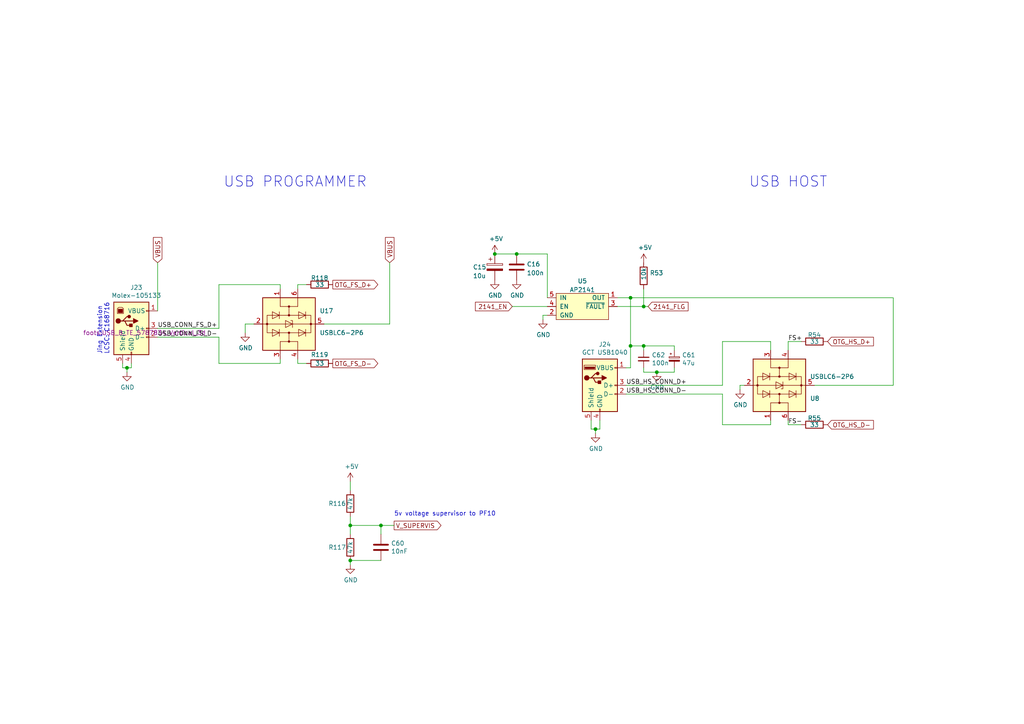
<source format=kicad_sch>
(kicad_sch (version 20211123) (generator eeschema)
  (paper "A4")
  (lib_symbols
    (symbol "Connector:USB_A" (pin_names (offset 1.016))
      (property "Reference" "J" (at -5.08 11.43 0))
      (property "Value" "USB_A" (at -5.08 8.89 0))
      (symbol "USB_A_0_1"
        (rectangle (start -5.08 -7.62) (end 5.08 7.62) (stroke (width 0.254)) (fill (type background)))
        (circle (center -3.81 2.159) (radius 0.635) (stroke (width 0.254)) (fill (type outline)))
        (rectangle (start -1.524 4.826) (end -4.318 5.334) (fill (type outline)))
        (rectangle (start -1.27 4.572) (end -4.572 5.842))
        (circle (center -0.635 3.429) (radius 0.381) (stroke (width 0.254)) (fill (type outline)))
        (rectangle (start -0.127 -7.62) (end 0.127 -6.858))
        (polyline (pts (xy -3.175 2.159) (xy -2.54 2.159) (xy -1.27 3.429) (xy -0.635 3.429)) (stroke (width 0.254)))
        (polyline (pts (xy -2.54 2.159) (xy -1.905 2.159) (xy -1.27 0.889) (xy 0 0.889)) (stroke (width 0.254)))
        (polyline (pts (xy 0.635 2.794) (xy 0.635 1.524) (xy 1.905 2.159) (xy 0.635 2.794)) (stroke (width 0.254)) (fill (type outline)))
        (rectangle (start 0.254 1.27) (end -0.508 0.508) (stroke (width 0.254)) (fill (type outline)))
        (rectangle (start 5.08 -2.667) (end 4.318 -2.413))
        (rectangle (start 5.08 -0.127) (end 4.318 0.127))
        (rectangle (start 5.08 4.953) (end 4.318 5.207))
      )
      (symbol "USB_A_1_1"
        (polyline (pts (xy -1.905 2.159) (xy 0.635 2.159)) (stroke (width 0.254)))
        (pin power_in line (at 7.62 5.08 180) (length 2.54) (name "VBUS") (number "1"))
        (pin bidirectional line (at 7.62 -2.54 180) (length 2.54) (name "D-") (number "2"))
        (pin bidirectional line (at 7.62 0 180) (length 2.54) (name "D+") (number "3"))
        (pin power_in line (at 0 -10.16 90) (length 2.54) (name "GND") (number "4"))
        (pin passive line (at -2.54 -10.16 90) (length 2.54) (name "Shield") (number "5"))
      )
    )
    (symbol "Connector:USB_B" (pin_names (offset 1.016))
      (property "Reference" "J" (at -5.08 11.43 0))
      (property "Value" "USB_B" (at -5.08 8.89 0))
      (symbol "USB_B_0_1"
        (rectangle (start -5.08 -7.62) (end 5.08 7.62) (stroke (width 0.254)) (fill (type background)))
        (circle (center -3.81 2.159) (radius 0.635) (stroke (width 0.254)) (fill (type outline)))
        (rectangle (start -3.81 5.588) (end -2.54 4.572) (fill (type outline)))
        (circle (center -0.635 3.429) (radius 0.381) (stroke (width 0.254)) (fill (type outline)))
        (rectangle (start -0.127 -7.62) (end 0.127 -6.858))
        (polyline (pts (xy -1.905 2.159) (xy 0.635 2.159)) (stroke (width 0.254)))
        (polyline (pts (xy -3.175 2.159) (xy -2.54 2.159) (xy -1.27 3.429) (xy -0.635 3.429)) (stroke (width 0.254)))
        (polyline (pts (xy -2.54 2.159) (xy -1.905 2.159) (xy -1.27 0.889) (xy 0 0.889)) (stroke (width 0.254)))
        (polyline (pts (xy 0.635 2.794) (xy 0.635 1.524) (xy 1.905 2.159) (xy 0.635 2.794)) (stroke (width 0.254)) (fill (type outline)))
        (polyline (pts (xy -4.064 4.318) (xy -2.286 4.318) (xy -2.286 5.715) (xy -2.667 6.096) (xy -3.683 6.096) (xy -4.064 5.715) (xy -4.064 4.318)))
        (rectangle (start 0.254 1.27) (end -0.508 0.508) (stroke (width 0.254)) (fill (type outline)))
        (rectangle (start 5.08 -2.667) (end 4.318 -2.413))
        (rectangle (start 5.08 -0.127) (end 4.318 0.127))
        (rectangle (start 5.08 4.953) (end 4.318 5.207))
      )
      (symbol "USB_B_1_1"
        (pin power_out line (at 7.62 5.08 180) (length 2.54) (name "VBUS") (number "1"))
        (pin bidirectional line (at 7.62 -2.54 180) (length 2.54) (name "D-") (number "2"))
        (pin bidirectional line (at 7.62 0 180) (length 2.54) (name "D+") (number "3"))
        (pin power_out line (at 0 -10.16 90) (length 2.54) (name "GND") (number "4"))
        (pin passive line (at -2.54 -10.16 90) (length 2.54) (name "Shield") (number "5"))
      )
    )
    (symbol "Device:C" (pin_numbers hide) (pin_names (offset 0.254))
      (property "Reference" "C" (at 0.635 2.54 0))
      (property "Value" "C" (at 0.635 -2.54 0))
      (symbol "C_0_1"
        (polyline (pts (xy -2.032 -0.762) (xy 2.032 -0.762)) (stroke (width 0.508)))
        (polyline (pts (xy -2.032 0.762) (xy 2.032 0.762)) (stroke (width 0.508)))
      )
      (symbol "C_1_1"
        (pin passive line (at 0 3.81 270) (length 2.794) (name "~") (number "1"))
        (pin passive line (at 0 -3.81 90) (length 2.794) (name "~") (number "2"))
      )
    )
    (symbol "Device:C_Polarized" (pin_numbers hide) (pin_names (offset 0.254))
      (property "Reference" "C" (at 0.635 2.54 0))
      (property "Value" "C_Polarized" (at 0.635 -2.54 0))
      (symbol "C_Polarized_0_1"
        (rectangle (start -2.286 0.508) (end 2.286 1.016))
        (polyline (pts (xy -1.778 2.286) (xy -0.762 2.286)))
        (polyline (pts (xy -1.27 2.794) (xy -1.27 1.778)))
        (rectangle (start 2.286 -0.508) (end -2.286 -1.016) (fill (type outline)))
      )
      (symbol "C_Polarized_1_1"
        (pin passive line (at 0 3.81 270) (length 2.794) (name "~") (number "1"))
        (pin passive line (at 0 -3.81 90) (length 2.794) (name "~") (number "2"))
      )
    )
    (symbol "Device:C_Polarized_Small" (pin_numbers hide) (pin_names (offset 0.254) hide)
      (property "Reference" "C" (at 0.254 1.778 0))
      (property "Value" "C_Polarized_Small" (at 0.254 -2.032 0))
      (symbol "C_Polarized_Small_0_1"
        (rectangle (start -1.524 -0.3048) (end 1.524 -0.6858) (fill (type outline)))
        (rectangle (start -1.524 0.6858) (end 1.524 0.3048))
        (polyline (pts (xy -1.27 1.524) (xy -0.762 1.524)))
        (polyline (pts (xy -1.016 1.27) (xy -1.016 1.778)))
      )
      (symbol "C_Polarized_Small_1_1"
        (pin passive line (at 0 2.54 270) (length 1.8542) (name "~") (number "1"))
        (pin passive line (at 0 -2.54 90) (length 1.8542) (name "~") (number "2"))
      )
    )
    (symbol "Device:C_Small" (pin_numbers hide) (pin_names (offset 0.254) hide)
      (property "Reference" "C" (at 0.254 1.778 0))
      (property "Value" "C_Small" (at 0.254 -2.032 0))
      (symbol "C_Small_0_1"
        (polyline (pts (xy -1.524 -0.508) (xy 1.524 -0.508)) (stroke (width 0.3302)))
        (polyline (pts (xy -1.524 0.508) (xy 1.524 0.508)) (stroke (width 0.3048)))
      )
      (symbol "C_Small_1_1"
        (pin passive line (at 0 2.54 270) (length 2.032) (name "~") (number "1"))
        (pin passive line (at 0 -2.54 90) (length 2.032) (name "~") (number "2"))
      )
    )
    (symbol "Device:R" (pin_numbers hide) (pin_names (offset 0))
      (property "Reference" "R" (at 2.032 0 90))
      (property "Value" "R" (at 0 0 90))
      (symbol "R_0_1"
        (rectangle (start -1.016 -2.54) (end 1.016 2.54) (stroke (width 0.254)))
      )
      (symbol "R_1_1"
        (pin passive line (at 0 3.81 270) (length 1.27) (name "~") (number "1"))
        (pin passive line (at 0 -3.81 90) (length 1.27) (name "~") (number "2"))
      )
    )
    (symbol "Power_Protection:USBLC6-2P6" (pin_names hide)
      (property "Reference" "U" (at 2.54 8.89 0))
      (property "Value" "USBLC6-2P6" (at 2.54 -8.89 0))
      (symbol "USBLC6-2P6_0_1"
        (rectangle (start -7.62 -7.62) (end 7.62 7.62) (stroke (width 0.254)) (fill (type background)))
        (circle (center -5.08 0) (radius 0.254) (fill (type outline)))
        (circle (center -2.54 0) (radius 0.254) (fill (type outline)))
        (rectangle (start -2.54 6.35) (end 2.54 -6.35))
        (circle (center 0 -6.35) (radius 0.254) (fill (type outline)))
        (polyline (pts (xy -5.08 -2.54) (xy -7.62 -2.54)))
        (polyline (pts (xy -5.08 0) (xy -5.08 -2.54)))
        (polyline (pts (xy -5.08 2.54) (xy -7.62 2.54)))
        (polyline (pts (xy -1.524 -2.794) (xy -3.556 -2.794)))
        (polyline (pts (xy -1.524 4.826) (xy -3.556 4.826)))
        (polyline (pts (xy 0 -7.62) (xy 0 -6.35)))
        (polyline (pts (xy 0 -6.35) (xy 0 1.27)))
        (polyline (pts (xy 0 1.27) (xy 0 6.35)))
        (polyline (pts (xy 0 6.35) (xy 0 7.62)))
        (polyline (pts (xy 1.524 -2.794) (xy 3.556 -2.794)))
        (polyline (pts (xy 1.524 4.826) (xy 3.556 4.826)))
        (polyline (pts (xy 5.08 -2.54) (xy 7.62 -2.54)))
        (polyline (pts (xy 5.08 0) (xy 5.08 -2.54)))
        (polyline (pts (xy 5.08 2.54) (xy 7.62 2.54)))
        (polyline (pts (xy -2.54 0) (xy -5.08 0) (xy -5.08 2.54)))
        (polyline (pts (xy 2.54 0) (xy 5.08 0) (xy 5.08 2.54)))
        (polyline (pts (xy -3.556 -4.826) (xy -1.524 -4.826) (xy -2.54 -2.794) (xy -3.556 -4.826)))
        (polyline (pts (xy -3.556 2.794) (xy -1.524 2.794) (xy -2.54 4.826) (xy -3.556 2.794)))
        (polyline (pts (xy -1.016 -1.016) (xy 1.016 -1.016) (xy 0 1.016) (xy -1.016 -1.016)))
        (polyline (pts (xy 1.016 1.016) (xy 0.762 1.016) (xy -1.016 1.016) (xy -1.016 0.508)))
        (polyline (pts (xy 3.556 -4.826) (xy 1.524 -4.826) (xy 2.54 -2.794) (xy 3.556 -4.826)))
        (polyline (pts (xy 3.556 2.794) (xy 1.524 2.794) (xy 2.54 4.826) (xy 3.556 2.794)))
        (circle (center 0 6.35) (radius 0.254) (fill (type outline)))
        (circle (center 2.54 0) (radius 0.254) (fill (type outline)))
        (circle (center 5.08 0) (radius 0.254) (fill (type outline)))
      )
      (symbol "USBLC6-2P6_1_1"
        (pin passive line (at -10.16 -2.54 0) (length 2.54) (name "I/O1") (number "1"))
        (pin passive line (at 0 -10.16 90) (length 2.54) (name "GND") (number "2"))
        (pin passive line (at 10.16 -2.54 180) (length 2.54) (name "I/O2") (number "3"))
        (pin passive line (at 10.16 2.54 180) (length 2.54) (name "I/O2") (number "4"))
        (pin passive line (at 0 10.16 270) (length 2.54) (name "VBUS") (number "5"))
        (pin passive line (at -10.16 2.54 0) (length 2.54) (name "I/O1") (number "6"))
      )
    )
    (symbol "power:+5V" (power) (pin_names (offset 0))
      (property "Value" "+5V" (at 0 3.556 0))
      (symbol "+5V_0_1"
        (polyline (pts (xy -0.762 1.27) (xy 0 2.54)))
        (polyline (pts (xy 0 0) (xy 0 2.54)))
        (polyline (pts (xy 0 2.54) (xy 0.762 1.27)))
      )
      (symbol "+5V_1_1"
        (pin power_in line (at 0 0 90) (length 0) hide (name "+5V") (number "1"))
      )
    )
    (symbol "power:GND" (power) (pin_names (offset 0))
      (property "Value" "GND" (at 0 -3.81 0))
      (symbol "GND_0_1"
        (polyline (pts (xy 0 0) (xy 0 -1.27) (xy 1.27 -1.27) (xy 0 -2.54) (xy -1.27 -1.27) (xy 0 -1.27)))
      )
      (symbol "GND_1_1"
        (pin power_in line (at 0 0 270) (length 0) hide (name "GND") (number "1"))
      )
    )
    (symbol "w_power:STMPS2141" (pin_names (offset 1.016))
      (property "Reference" "U" (at 0 5.08 0))
      (property "Value" "STMPS2141" (at 0 -5.08 0))
      (symbol "STMPS2141_0_1"
        (rectangle (start -7.62 -3.81) (end 7.62 3.81) (fill (type background)))
      )
      (symbol "STMPS2141_1_1"
        (pin power_out line (at 10.16 2.54 180) (length 2.54) (name "OUT") (number "1"))
        (pin power_in line (at -10.16 -2.54 0) (length 2.54) (name "GND") (number "2"))
        (pin output line (at 10.16 0 180) (length 2.54) (name "~{FAULT}") (number "3"))
        (pin input line (at -10.16 0 0) (length 2.54) (name "EN") (number "4"))
        (pin power_in line (at -10.16 2.54 0) (length 2.54) (name "IN") (number "5"))
      )
    )
  )
  (junction (at 186.69 88.9))
  (junction (at 190.5 107.95))
  (junction (at 101.6 152.4))
  (junction (at 186.69 100.33))
  (junction (at 110.49 152.4))
  (junction (at 182.88 100.33))
  (junction (at 149.86 73.66))
  (junction (at 101.6 162.56))
  (junction (at 182.88 86.36))
  (junction (at 36.83 106.68))
  (junction (at 172.72 124.46))
  (junction (at 143.51 73.66))
  (wire (pts (xy 186.69 107.95) (xy 190.5 107.95)))
  (wire (pts (xy 101.6 152.4) (xy 101.6 154.94)))
  (wire (pts (xy 45.72 95.25) (xy 63.5 95.25)))
  (wire (pts (xy 173.99 124.46) (xy 172.72 124.46)))
  (wire (pts (xy 182.88 106.68) (xy 182.88 100.33)))
  (wire (pts (xy 45.72 97.79) (xy 63.5 97.79)))
  (wire (pts (xy 195.58 107.95) (xy 190.5 107.95)))
  (wire (pts (xy 38.1 106.68) (xy 38.1 105.41)))
  (wire (pts (xy 86.36 105.41) (xy 86.36 104.14)))
  (wire (pts (xy 143.51 73.66) (xy 149.86 73.66)))
  (wire (pts (xy 186.69 83.82) (xy 186.69 88.9)))
  (wire (pts (xy 157.48 91.44) (xy 158.75 91.44)))
  (wire (pts (xy 228.6 123.19) (xy 232.41 123.19)))
  (wire (pts (xy 157.48 92.71) (xy 157.48 91.44)))
  (wire (pts (xy 71.12 96.52) (xy 71.12 93.98)))
  (wire (pts (xy 86.36 82.55) (xy 86.36 83.82)))
  (wire (pts (xy 81.28 82.55) (xy 81.28 83.82)))
  (wire (pts (xy 214.63 111.76) (xy 215.9 111.76)))
  (wire (pts (xy 259.08 111.76) (xy 259.08 86.36)))
  (wire (pts (xy 171.45 121.92) (xy 171.45 124.46)))
  (wire (pts (xy 186.69 106.68) (xy 186.69 107.95)))
  (wire (pts (xy 186.69 100.33) (xy 186.69 101.6)))
  (wire (pts (xy 81.28 82.55) (xy 63.5 82.55)))
  (wire (pts (xy 88.9 105.41) (xy 86.36 105.41)))
  (wire (pts (xy 71.12 93.98) (xy 73.66 93.98)))
  (wire (pts (xy 63.5 82.55) (xy 63.5 95.25)))
  (wire (pts (xy 179.07 88.9) (xy 186.69 88.9)))
  (wire (pts (xy 110.49 152.4) (xy 114.3 152.4)))
  (wire (pts (xy 181.61 106.68) (xy 182.88 106.68)))
  (wire (pts (xy 36.83 106.68) (xy 38.1 106.68)))
  (wire (pts (xy 173.99 124.46) (xy 173.99 121.92)))
  (wire (pts (xy 259.08 86.36) (xy 182.88 86.36)))
  (wire (pts (xy 149.86 73.66) (xy 158.75 73.66)))
  (wire (pts (xy 88.9 82.55) (xy 86.36 82.55)))
  (wire (pts (xy 259.08 111.76) (xy 236.22 111.76)))
  (wire (pts (xy 63.5 97.79) (xy 63.5 105.41)))
  (wire (pts (xy 113.03 76.2) (xy 113.03 93.98)))
  (wire (pts (xy 214.63 113.03) (xy 214.63 111.76)))
  (wire (pts (xy 101.6 162.56) (xy 110.49 162.56)))
  (wire (pts (xy 228.6 121.92) (xy 228.6 123.19)))
  (wire (pts (xy 35.56 105.41) (xy 35.56 106.68)))
  (wire (pts (xy 181.61 111.76) (xy 209.55 111.76)))
  (wire (pts (xy 172.72 124.46) (xy 172.72 125.73)))
  (wire (pts (xy 223.52 99.06) (xy 223.52 101.6)))
  (wire (pts (xy 81.28 105.41) (xy 81.28 104.14)))
  (wire (pts (xy 179.07 86.36) (xy 182.88 86.36)))
  (wire (pts (xy 228.6 101.6) (xy 228.6 99.06)))
  (wire (pts (xy 209.55 123.19) (xy 223.52 123.19)))
  (wire (pts (xy 171.45 124.46) (xy 172.72 124.46)))
  (wire (pts (xy 182.88 100.33) (xy 186.69 100.33)))
  (wire (pts (xy 110.49 154.94) (xy 110.49 152.4)))
  (wire (pts (xy 209.55 111.76) (xy 209.55 99.06)))
  (wire (pts (xy 110.49 152.4) (xy 101.6 152.4)))
  (wire (pts (xy 195.58 100.33) (xy 195.58 101.6)))
  (wire (pts (xy 36.83 106.68) (xy 36.83 107.95)))
  (wire (pts (xy 113.03 93.98) (xy 93.98 93.98)))
  (wire (pts (xy 158.75 88.9) (xy 148.59 88.9)))
  (wire (pts (xy 45.72 90.17) (xy 45.72 76.2)))
  (wire (pts (xy 158.75 73.66) (xy 158.75 86.36)))
  (wire (pts (xy 101.6 139.7) (xy 101.6 142.24)))
  (wire (pts (xy 209.55 99.06) (xy 223.52 99.06)))
  (wire (pts (xy 186.69 88.9) (xy 187.96 88.9)))
  (wire (pts (xy 223.52 123.19) (xy 223.52 121.92)))
  (wire (pts (xy 63.5 105.41) (xy 81.28 105.41)))
  (wire (pts (xy 209.55 114.3) (xy 209.55 123.19)))
  (wire (pts (xy 228.6 99.06) (xy 232.41 99.06)))
  (wire (pts (xy 101.6 149.86) (xy 101.6 152.4)))
  (wire (pts (xy 181.61 114.3) (xy 209.55 114.3)))
  (wire (pts (xy 195.58 100.33) (xy 186.69 100.33)))
  (wire (pts (xy 182.88 86.36) (xy 182.88 100.33)))
  (wire (pts (xy 195.58 107.95) (xy 195.58 106.68)))
  (wire (pts (xy 101.6 163.83) (xy 101.6 162.56)))
  (wire (pts (xy 35.56 106.68) (xy 36.83 106.68)))
  (text "5v voltage supervisor to PF10" (at 114.3 149.86 0) (effects (font (size 1.27 1.27)) (justify left bottom)))
  (text "USB HOST" (at 217.17 54.61 0) (effects (font (size 2.9972 2.9972)) (justify left bottom)))
  (text "USB PROGRAMMER" (at 64.77 54.61 0) (effects (font (size 2.9972 2.9972)) (justify left bottom)))
  (text "Jing Extension\nLCSC: C168716" (at 31.75 102.87 90) (effects (font (size 1.27 1.27)) (justify left bottom)))
  (label "USB_HS_CONN_D-" (at 181.61 114.3 0))
  (label "USB_CONN_FS_D+" (at 45.72 95.25 0))
  (label "FS+" (at 228.6 99.06 0))
  (label "USB_HS_CONN_D+" (at 181.61 111.76 0))
  (label "USB_CONN_FS_D-" (at 45.72 97.79 0))
  (label "FS-" (at 228.6 123.19 0))
  (global_label "OTG_FS_D+" (shape output) (at 96.52 82.55 0) (property "Intersheet References" "${INTERSHEET_REFS}" (effects hide)))
  (global_label "VBUS" (shape input) (at 45.72 76.2 90) (property "Intersheet References" "${INTERSHEET_REFS}" (effects hide)))
  (global_label "OTG_HS_D+" (shape input) (at 240.03 99.06 0) (property "Intersheet References" "${INTERSHEET_REFS}" (effects hide)))
  (global_label "OTG_FS_D-" (shape output) (at 96.52 105.41 0) (property "Intersheet References" "${INTERSHEET_REFS}" (effects hide)))
  (global_label "OTG_HS_D-" (shape input) (at 240.03 123.19 0) (property "Intersheet References" "${INTERSHEET_REFS}" (effects hide)))
  (global_label "VBUS" (shape input) (at 113.03 76.2 90) (property "Intersheet References" "${INTERSHEET_REFS}" (effects hide)))
  (global_label "V_SUPERVIS" (shape output) (at 114.3 152.4 0) (property "Intersheet References" "${INTERSHEET_REFS}" (effects hide)))
  (global_label "2141_FLG" (shape input) (at 187.96 88.9 0) (property "Intersheet References" "${INTERSHEET_REFS}" (effects hide)))
  (global_label "2141_EN" (shape input) (at 148.59 88.9 180) (property "Intersheet References" "${INTERSHEET_REFS}" (effects hide)))
  (symbol (lib_id "w_power:STMPS2141") (at 168.91 88.9 0) (unit 1)
    (property "Reference" "U5" (at 168.91 81.5172 0))
    (property "Value" "AP2141" (at 168.91 84.0541 0))
    (property "Footprint" "Package_TO_SOT_SMD:SOT-23-5" (effects hide))
  )
  (symbol (lib_id "Power_Protection:USBLC6-2P6") (at 83.82 93.98 270) (unit 1)
    (property "Reference" "U17" (at 92.71 90.17 90) (effects (justify left)))
    (property "Value" "USBLC6-2P6" (at 92.71 96.52 90) (effects (justify left)))
    (property "Footprint" "Package_TO_SOT_SMD:SOT-666" (effects hide))
    (property "Datasheet" "https://www.st.com/resource/en/datasheet/usblc6-2.pdf" (effects hide))
  )
  (symbol (lib_id "Device:C_Small") (at 186.69 104.14 0) (unit 1)
    (property "Reference" "C62" (at 189.0268 102.9716 0) (effects (justify left)))
    (property "Value" "100n" (at 189.0268 105.283 0) (effects (justify left)))
    (property "Footprint" "Capacitor_SMD:C_0603_1608Metric" (effects hide))
  )
  (symbol (lib_id "Device:R") (at 186.69 80.01 0) (unit 1)
    (property "Reference" "R53" (at 188.468 79.1753 0) (effects (justify left)))
    (property "Value" "10k" (at 186.69 81.28 90) (effects (justify left)))
    (property "Footprint" "Resistor_SMD:R_0603_1608Metric" (effects hide))
  )
  (symbol (lib_id "power:GND") (at 157.48 92.71 0) (unit 1)
    (property "Reference" "#PWR080" (effects hide))
    (property "Value" "GND" (at 157.607 97.1042 0))
  )
  (symbol (lib_id "Device:C_Polarized_Small") (at 195.58 104.14 0) (unit 1)
    (property "Reference" "C61" (at 197.8152 102.9716 0) (effects (justify left)))
    (property "Value" "47u" (at 197.8152 105.283 0) (effects (justify left)))
    (property "Footprint" "Capacitor_SMD:CP_Elec_6.3x5.4" (effects hide))
  )
  (symbol (lib_id "power:GND") (at 71.12 96.52 0) (unit 1)
    (property "Reference" "#PWR0162" (effects hide))
    (property "Value" "GND" (at 71.247 100.9142 0))
  )
  (symbol (lib_id "power:GND") (at 214.63 113.03 0) (unit 1)
    (property "Reference" "#PWR091" (effects hide))
    (property "Value" "GND" (at 214.757 117.4242 0))
  )
  (symbol (lib_id "power:GND") (at 172.72 125.73 0) (unit 1)
    (property "Reference" "#PWR082" (effects hide))
    (property "Value" "GND" (at 172.847 130.1242 0))
  )
  (symbol (lib_id "power:+5V") (at 143.51 73.66 0) (unit 1)
    (property "Reference" "#PWR033" (effects hide))
    (property "Value" "+5V" (at 143.891 69.2658 0))
  )
  (symbol (lib_id "Device:C_Polarized") (at 143.51 77.47 0) (unit 1)
    (property "Reference" "C15" (at 137.16 77.47 0) (effects (justify left)))
    (property "Value" "10u" (at 137.16 80.01 0) (effects (justify left)))
    (property "Footprint" "Capacitor_SMD:CP_Elec_4x5.4" (effects hide))
  )
  (symbol (lib_id "Device:C") (at 149.86 77.47 0) (unit 1)
    (property "Reference" "C16" (at 152.781 76.6353 0) (effects (justify left)))
    (property "Value" "100n" (at 152.781 79.1722 0) (effects (justify left)))
    (property "Footprint" "Capacitor_SMD:C_0603_1608Metric" (effects hide))
  )
  (symbol (lib_id "Connector:USB_B") (at 38.1 95.25 0) (unit 1)
    (property "Reference" "J23" (at 39.5478 83.3882 0))
    (property "Value" "Molex-105133" (at 39.5478 85.6996 0))
    (property "Footprint" "foots:USB_B_TE_5787834_Vertical_3d" (at 41.91 96.52 0))
    (property "Datasheet" " ~" (effects hide))
  )
  (symbol (lib_id "power:+5V") (at 186.69 76.2 0) (unit 1)
    (property "Reference" "#PWR087" (effects hide))
    (property "Value" "+5V" (at 187.071 71.8058 0))
  )
  (symbol (lib_id "Device:R") (at 101.6 158.75 0) (unit 1)
    (property "Reference" "R117" (at 95.25 158.75 0) (effects (justify left)))
    (property "Value" "47k" (at 101.6 160.655 90) (effects (justify left)))
    (property "Footprint" "Resistor_SMD:R_0603_1608Metric" (effects hide))
  )
  (symbol (lib_id "Device:R") (at 236.22 99.06 270) (unit 1)
    (property "Reference" "R54" (at 236.22 97.155 90))
    (property "Value" "33" (at 236.22 99.06 90))
    (property "Footprint" "Resistor_SMD:R_0603_1608Metric" (effects hide))
  )
  (symbol (lib_id "power:GND") (at 101.6 163.83 0) (unit 1)
    (property "Reference" "#PWR0160" (effects hide))
    (property "Value" "GND" (at 101.727 168.2242 0))
  )
  (symbol (lib_id "power:GND") (at 36.83 107.95 0) (unit 1)
    (property "Reference" "#PWR0161" (effects hide))
    (property "Value" "GND" (at 36.957 112.3442 0))
  )
  (symbol (lib_id "power:GND") (at 149.86 81.28 0) (unit 1)
    (property "Reference" "#PWR078" (effects hide))
    (property "Value" "GND" (at 149.987 85.6742 0))
  )
  (symbol (lib_id "Device:R") (at 92.71 82.55 270) (unit 1)
    (property "Reference" "R118" (at 92.71 80.645 90))
    (property "Value" "33" (at 92.71 82.55 90))
    (property "Footprint" "Resistor_SMD:R_0603_1608Metric" (effects hide))
  )
  (symbol (lib_id "power:GND") (at 143.51 81.28 0) (unit 1)
    (property "Reference" "#PWR037" (effects hide))
    (property "Value" "GND" (at 143.637 85.6742 0))
  )
  (symbol (lib_id "power:+5V") (at 101.6 139.7 0) (unit 1)
    (property "Reference" "#PWR0191" (effects hide))
    (property "Value" "+5V" (at 101.981 135.3058 0))
  )
  (symbol (lib_id "Device:R") (at 101.6 146.05 0) (unit 1)
    (property "Reference" "R116" (at 95.25 146.05 0) (effects (justify left)))
    (property "Value" "47k" (at 101.6 147.955 90) (effects (justify left)))
    (property "Footprint" "Resistor_SMD:R_0603_1608Metric" (effects hide))
  )
  (symbol (lib_id "Device:C") (at 110.49 158.75 0) (unit 1)
    (property "Reference" "C60" (at 113.411 157.5816 0) (effects (justify left)))
    (property "Value" "10nF" (at 113.411 159.893 0) (effects (justify left)))
    (property "Footprint" "Capacitor_SMD:C_0603_1608Metric" (effects hide))
  )
  (symbol (lib_id "Power_Protection:USBLC6-2P6") (at 226.06 111.76 270) (mirror x) (unit 1)
    (property "Reference" "U8" (at 234.95 115.57 90) (effects (justify left)))
    (property "Value" "USBLC6-2P6" (at 234.95 109.22 90) (effects (justify left)))
    (property "Footprint" "Package_TO_SOT_SMD:SOT-666" (effects hide))
    (property "Datasheet" "https://www.st.com/resource/en/datasheet/usblc6-2.pdf" (effects hide))
  )
  (symbol (lib_id "Connector:USB_A") (at 173.99 111.76 0) (unit 1)
    (property "Reference" "J24" (at 175.4378 99.8982 0))
    (property "Value" "GCT USB1040" (at 175.4378 102.2096 0))
    (property "Footprint" "Connector_USB:USB_A_Molex_105057_Vertical" (effects hide))
    (property "Datasheet" " ~" (effects hide))
  )
  (symbol (lib_id "power:GND") (at 190.5 107.95 0) (unit 1)
    (property "Reference" "#PWR088" (effects hide))
    (property "Value" "GND" (at 190.627 112.3442 0))
  )
  (symbol (lib_id "Device:R") (at 236.22 123.19 270) (unit 1)
    (property "Reference" "R55" (at 236.22 121.285 90))
    (property "Value" "33" (at 236.22 123.19 90))
    (property "Footprint" "Resistor_SMD:R_0603_1608Metric" (effects hide))
  )
  (symbol (lib_id "Device:R") (at 92.71 105.41 270) (unit 1)
    (property "Reference" "R119" (at 92.71 102.87 90))
    (property "Value" "33" (at 92.71 105.41 90))
    (property "Footprint" "Resistor_SMD:R_0603_1608Metric" (effects hide))
  )
)
</source>
